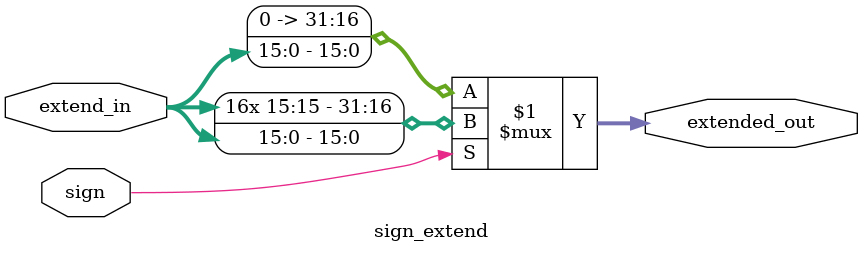
<source format=v>
`timescale 1ns / 1ps
/*
 * CSE141L Lab1: Be a Hardware Hacker!
 * University of California, San Diego
 * 
 * Written by Donghwan Jeon, 4/1/2007
 */
 
module sign_extend
(

 input [15:0] extend_in,
 input 				  sign,
 output [31:0]     extended_out
 
);


assign extended_out[31:0] =  (sign) ? {{16{extend_in[15]}}, extend_in[15:0] } : {{16{1'b0}}, extend_in[15:0]};


endmodule
</source>
